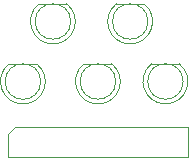
<source format=gbr>
%TF.GenerationSoftware,KiCad,Pcbnew,(6.0.10)*%
%TF.CreationDate,2023-01-30T00:45:51+02:00*%
%TF.ProjectId,LEDs Shield,4c454473-2053-4686-9965-6c642e6b6963,rev?*%
%TF.SameCoordinates,Original*%
%TF.FileFunction,AssemblyDrawing,Top*%
%FSLAX46Y46*%
G04 Gerber Fmt 4.6, Leading zero omitted, Abs format (unit mm)*
G04 Created by KiCad (PCBNEW (6.0.10)) date 2023-01-30 00:45:51*
%MOMM*%
%LPD*%
G01*
G04 APERTURE LIST*
%ADD10C,0.100000*%
G04 APERTURE END LIST*
D10*
%TO.C,D5*%
X164031190Y-90875000D02*
X161698810Y-90875000D01*
X161699524Y-90874445D02*
G75*
G03*
X164031190Y-90875000I1165476J-1500555D01*
G01*
X164365000Y-92375000D02*
G75*
G03*
X164365000Y-92375000I-1500000J0D01*
G01*
%TO.C,D4*%
X161380000Y-87295000D02*
G75*
G03*
X161380000Y-87295000I-1500000J0D01*
G01*
X158714524Y-85794445D02*
G75*
G03*
X161046190Y-85795000I1165476J-1500555D01*
G01*
X161046190Y-85795000D02*
X158713810Y-85795000D01*
%TO.C,D3*%
X158316190Y-90875000D02*
X155983810Y-90875000D01*
X155984524Y-90874445D02*
G75*
G03*
X158316190Y-90875000I1165476J-1500555D01*
G01*
X158650000Y-92375000D02*
G75*
G03*
X158650000Y-92375000I-1500000J0D01*
G01*
%TO.C,D2*%
X154840000Y-87295000D02*
G75*
G03*
X154840000Y-87295000I-1500000J0D01*
G01*
X152174524Y-85794445D02*
G75*
G03*
X154506190Y-85795000I1165476J-1500555D01*
G01*
X154506190Y-85795000D02*
X152173810Y-85795000D01*
%TO.C,D1*%
X151966190Y-90880000D02*
X149633810Y-90880000D01*
X149634524Y-90879445D02*
G75*
G03*
X151966190Y-90880000I1165476J-1500555D01*
G01*
X152300000Y-92380000D02*
G75*
G03*
X152300000Y-92380000I-1500000J0D01*
G01*
%TO.C,J3*%
X164770000Y-96190000D02*
X164770000Y-98730000D01*
X149530000Y-96825000D02*
X150165000Y-96190000D01*
X149530000Y-98730000D02*
X149530000Y-96825000D01*
X164770000Y-98730000D02*
X149530000Y-98730000D01*
X150165000Y-96190000D02*
X164770000Y-96190000D01*
%TD*%
M02*

</source>
